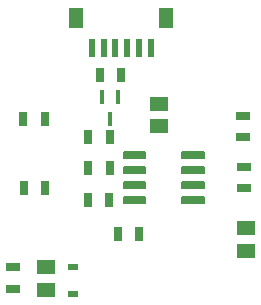
<source format=gbr>
G04 EAGLE Gerber RS-274X export*
G75*
%MOMM*%
%FSLAX34Y34*%
%LPD*%
%INSolderpaste Top*%
%IPPOS*%
%AMOC8*
5,1,8,0,0,1.08239X$1,22.5*%
G01*
%ADD10R,1.500000X1.300000*%
%ADD11R,0.800000X1.200000*%
%ADD12R,0.830000X0.630000*%
%ADD13R,0.600000X1.550000*%
%ADD14R,1.200000X1.800000*%
%ADD15R,1.200000X0.800000*%
%ADD16R,0.457200X1.270000*%
%ADD17C,0.150000*%


D10*
X124931Y76427D03*
X124931Y95427D03*
D11*
X178764Y205822D03*
X160764Y205822D03*
X178252Y152210D03*
X160252Y152210D03*
X178773Y179491D03*
X160773Y179491D03*
D10*
X294227Y109496D03*
X294227Y128496D03*
X220178Y233931D03*
X220178Y214931D03*
D12*
X147678Y95729D03*
X147678Y72729D03*
D13*
X203613Y281201D03*
D14*
X226613Y306451D03*
D13*
X193613Y281201D03*
X183613Y281201D03*
X173613Y281201D03*
X163613Y281201D03*
D14*
X150613Y306451D03*
D13*
X213613Y281201D03*
D11*
X203475Y123675D03*
X185475Y123675D03*
D15*
X292678Y162276D03*
X292678Y180276D03*
D11*
X188662Y257887D03*
X170662Y257887D03*
D15*
X292057Y205738D03*
X292057Y223738D03*
X97210Y77311D03*
X97210Y95311D03*
D16*
X185471Y239289D03*
X172471Y239289D03*
X178971Y221001D03*
D17*
X190826Y188307D02*
X209026Y188307D01*
X190826Y188307D02*
X190826Y192807D01*
X209026Y192807D01*
X209026Y188307D01*
X209026Y189732D02*
X190826Y189732D01*
X190826Y191157D02*
X209026Y191157D01*
X209026Y192582D02*
X190826Y192582D01*
X190826Y175607D02*
X209026Y175607D01*
X190826Y175607D02*
X190826Y180107D01*
X209026Y180107D01*
X209026Y175607D01*
X209026Y177032D02*
X190826Y177032D01*
X190826Y178457D02*
X209026Y178457D01*
X209026Y179882D02*
X190826Y179882D01*
X190826Y162907D02*
X209026Y162907D01*
X190826Y162907D02*
X190826Y167407D01*
X209026Y167407D01*
X209026Y162907D01*
X209026Y164332D02*
X190826Y164332D01*
X190826Y165757D02*
X209026Y165757D01*
X209026Y167182D02*
X190826Y167182D01*
X190826Y150207D02*
X209026Y150207D01*
X190826Y150207D02*
X190826Y154707D01*
X209026Y154707D01*
X209026Y150207D01*
X209026Y151632D02*
X190826Y151632D01*
X190826Y153057D02*
X209026Y153057D01*
X209026Y154482D02*
X190826Y154482D01*
X240226Y150207D02*
X258426Y150207D01*
X240226Y150207D02*
X240226Y154707D01*
X258426Y154707D01*
X258426Y150207D01*
X258426Y151632D02*
X240226Y151632D01*
X240226Y153057D02*
X258426Y153057D01*
X258426Y154482D02*
X240226Y154482D01*
X240226Y162907D02*
X258426Y162907D01*
X240226Y162907D02*
X240226Y167407D01*
X258426Y167407D01*
X258426Y162907D01*
X258426Y164332D02*
X240226Y164332D01*
X240226Y165757D02*
X258426Y165757D01*
X258426Y167182D02*
X240226Y167182D01*
X240226Y175607D02*
X258426Y175607D01*
X240226Y175607D02*
X240226Y180107D01*
X258426Y180107D01*
X258426Y175607D01*
X258426Y177032D02*
X240226Y177032D01*
X240226Y178457D02*
X258426Y178457D01*
X258426Y179882D02*
X240226Y179882D01*
X240226Y188307D02*
X258426Y188307D01*
X240226Y188307D02*
X240226Y192807D01*
X258426Y192807D01*
X258426Y188307D01*
X258426Y189732D02*
X240226Y189732D01*
X240226Y191157D02*
X258426Y191157D01*
X258426Y192582D02*
X240226Y192582D01*
D11*
X105808Y221234D03*
X123808Y221234D03*
X106062Y162306D03*
X124062Y162306D03*
M02*

</source>
